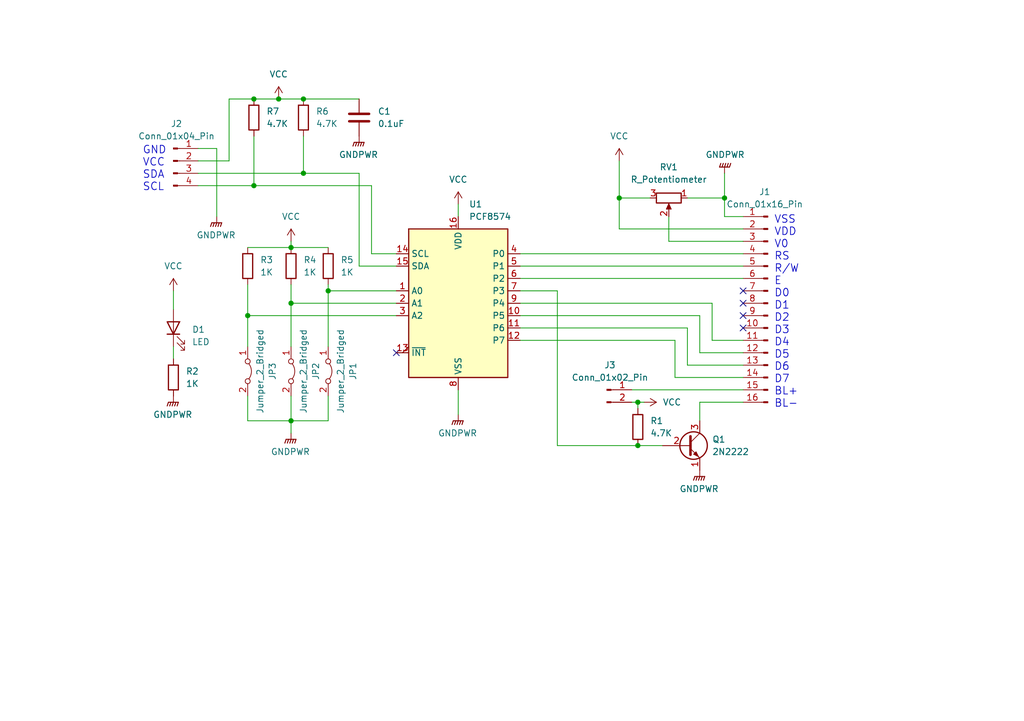
<source format=kicad_sch>
(kicad_sch (version 20230121) (generator eeschema)
  (paper "A5")
  (title_block (title "PCF8574_LCD_ADAPTER") (date "2024-01-03") (rev "0") (company "Artyom V. Poptsov <poptsov.artyom@gmail.com>") (comment 1 "License: CC-BY-SA 4.0"))
  (lib_symbols
    (symbol "Connector:Conn_01x02_Pin" (pin_names (offset 1.016) hide)
      (property "Reference" "J" (at 0 2.54 0))
      (property "Value" "Conn_01x02_Pin" (at 0 -5.08 0))
      (symbol "Conn_01x02_Pin_1_1"
        (polyline (pts (xy 1.27 -2.54) (xy 0.8636 -2.54)) (stroke (width 0.1524)))
        (polyline (pts (xy 1.27 0) (xy 0.8636 0)) (stroke (width 0.1524)))
        (rectangle (start 0.8636 -2.413) (end 0 -2.667) (stroke (width 0.1524)) (fill (type outline)))
        (rectangle (start 0.8636 0.127) (end 0 -0.127) (stroke (width 0.1524)) (fill (type outline)))
        (pin passive line (at 5.08 0 180) (length 3.81) (name "Pin_1") (number "1"))
        (pin passive line (at 5.08 -2.54 180) (length 3.81) (name "Pin_2") (number "2"))
      )
    )
    (symbol "Connector:Conn_01x04_Pin" (pin_names (offset 1.016) hide)
      (property "Reference" "J" (at 0 5.08 0))
      (property "Value" "Conn_01x04_Pin" (at 0 -7.62 0))
      (symbol "Conn_01x04_Pin_1_1"
        (polyline (pts (xy 1.27 -5.08) (xy 0.8636 -5.08)) (stroke (width 0.1524)))
        (polyline (pts (xy 1.27 -2.54) (xy 0.8636 -2.54)) (stroke (width 0.1524)))
        (polyline (pts (xy 1.27 0) (xy 0.8636 0)) (stroke (width 0.1524)))
        (polyline (pts (xy 1.27 2.54) (xy 0.8636 2.54)) (stroke (width 0.1524)))
        (rectangle (start 0.8636 -4.953) (end 0 -5.207) (stroke (width 0.1524)) (fill (type outline)))
        (rectangle (start 0.8636 -2.413) (end 0 -2.667) (stroke (width 0.1524)) (fill (type outline)))
        (rectangle (start 0.8636 0.127) (end 0 -0.127) (stroke (width 0.1524)) (fill (type outline)))
        (rectangle (start 0.8636 2.667) (end 0 2.413) (stroke (width 0.1524)) (fill (type outline)))
        (pin passive line (at 5.08 2.54 180) (length 3.81) (name "Pin_1") (number "1"))
        (pin passive line (at 5.08 0 180) (length 3.81) (name "Pin_2") (number "2"))
        (pin passive line (at 5.08 -2.54 180) (length 3.81) (name "Pin_3") (number "3"))
        (pin passive line (at 5.08 -5.08 180) (length 3.81) (name "Pin_4") (number "4"))
      )
    )
    (symbol "Connector:Conn_01x16_Pin" (pin_names (offset 1.016) hide)
      (property "Reference" "J" (at 0 20.32 0))
      (property "Value" "Conn_01x16_Pin" (at 0 -22.86 0))
      (symbol "Conn_01x16_Pin_1_1"
        (polyline (pts (xy 1.27 -20.32) (xy 0.8636 -20.32)) (stroke (width 0.1524)))
        (polyline (pts (xy 1.27 -17.78) (xy 0.8636 -17.78)) (stroke (width 0.1524)))
        (polyline (pts (xy 1.27 -15.24) (xy 0.8636 -15.24)) (stroke (width 0.1524)))
        (polyline (pts (xy 1.27 -12.7) (xy 0.8636 -12.7)) (stroke (width 0.1524)))
        (polyline (pts (xy 1.27 -10.16) (xy 0.8636 -10.16)) (stroke (width 0.1524)))
        (polyline (pts (xy 1.27 -7.62) (xy 0.8636 -7.62)) (stroke (width 0.1524)))
        (polyline (pts (xy 1.27 -5.08) (xy 0.8636 -5.08)) (stroke (width 0.1524)))
        (polyline (pts (xy 1.27 -2.54) (xy 0.8636 -2.54)) (stroke (width 0.1524)))
        (polyline (pts (xy 1.27 0) (xy 0.8636 0)) (stroke (width 0.1524)))
        (polyline (pts (xy 1.27 2.54) (xy 0.8636 2.54)) (stroke (width 0.1524)))
        (polyline (pts (xy 1.27 5.08) (xy 0.8636 5.08)) (stroke (width 0.1524)))
        (polyline (pts (xy 1.27 7.62) (xy 0.8636 7.62)) (stroke (width 0.1524)))
        (polyline (pts (xy 1.27 10.16) (xy 0.8636 10.16)) (stroke (width 0.1524)))
        (polyline (pts (xy 1.27 12.7) (xy 0.8636 12.7)) (stroke (width 0.1524)))
        (polyline (pts (xy 1.27 15.24) (xy 0.8636 15.24)) (stroke (width 0.1524)))
        (polyline (pts (xy 1.27 17.78) (xy 0.8636 17.78)) (stroke (width 0.1524)))
        (rectangle (start 0.8636 -20.193) (end 0 -20.447) (stroke (width 0.1524)) (fill (type outline)))
        (rectangle (start 0.8636 -17.653) (end 0 -17.907) (stroke (width 0.1524)) (fill (type outline)))
        (rectangle (start 0.8636 -15.113) (end 0 -15.367) (stroke (width 0.1524)) (fill (type outline)))
        (rectangle (start 0.8636 -12.573) (end 0 -12.827) (stroke (width 0.1524)) (fill (type outline)))
        (rectangle (start 0.8636 -10.033) (end 0 -10.287) (stroke (width 0.1524)) (fill (type outline)))
        (rectangle (start 0.8636 -7.493) (end 0 -7.747) (stroke (width 0.1524)) (fill (type outline)))
        (rectangle (start 0.8636 -4.953) (end 0 -5.207) (stroke (width 0.1524)) (fill (type outline)))
        (rectangle (start 0.8636 -2.413) (end 0 -2.667) (stroke (width 0.1524)) (fill (type outline)))
        (rectangle (start 0.8636 0.127) (end 0 -0.127) (stroke (width 0.1524)) (fill (type outline)))
        (rectangle (start 0.8636 2.667) (end 0 2.413) (stroke (width 0.1524)) (fill (type outline)))
        (rectangle (start 0.8636 5.207) (end 0 4.953) (stroke (width 0.1524)) (fill (type outline)))
        (rectangle (start 0.8636 7.747) (end 0 7.493) (stroke (width 0.1524)) (fill (type outline)))
        (rectangle (start 0.8636 10.287) (end 0 10.033) (stroke (width 0.1524)) (fill (type outline)))
        (rectangle (start 0.8636 12.827) (end 0 12.573) (stroke (width 0.1524)) (fill (type outline)))
        (rectangle (start 0.8636 15.367) (end 0 15.113) (stroke (width 0.1524)) (fill (type outline)))
        (rectangle (start 0.8636 17.907) (end 0 17.653) (stroke (width 0.1524)) (fill (type outline)))
        (pin passive line (at 5.08 17.78 180) (length 3.81) (name "Pin_1") (number "1"))
        (pin passive line (at 5.08 -5.08 180) (length 3.81) (name "Pin_10") (number "10"))
        (pin passive line (at 5.08 -7.62 180) (length 3.81) (name "Pin_11") (number "11"))
        (pin passive line (at 5.08 -10.16 180) (length 3.81) (name "Pin_12") (number "12"))
        (pin passive line (at 5.08 -12.7 180) (length 3.81) (name "Pin_13") (number "13"))
        (pin passive line (at 5.08 -15.24 180) (length 3.81) (name "Pin_14") (number "14"))
        (pin passive line (at 5.08 -17.78 180) (length 3.81) (name "Pin_15") (number "15"))
        (pin passive line (at 5.08 -20.32 180) (length 3.81) (name "Pin_16") (number "16"))
        (pin passive line (at 5.08 15.24 180) (length 3.81) (name "Pin_2") (number "2"))
        (pin passive line (at 5.08 12.7 180) (length 3.81) (name "Pin_3") (number "3"))
        (pin passive line (at 5.08 10.16 180) (length 3.81) (name "Pin_4") (number "4"))
        (pin passive line (at 5.08 7.62 180) (length 3.81) (name "Pin_5") (number "5"))
        (pin passive line (at 5.08 5.08 180) (length 3.81) (name "Pin_6") (number "6"))
        (pin passive line (at 5.08 2.54 180) (length 3.81) (name "Pin_7") (number "7"))
        (pin passive line (at 5.08 0 180) (length 3.81) (name "Pin_8") (number "8"))
        (pin passive line (at 5.08 -2.54 180) (length 3.81) (name "Pin_9") (number "9"))
      )
    )
    (symbol "Device:C" (pin_numbers hide) (pin_names (offset 0.254))
      (property "Reference" "C" (at 0.635 2.54 0))
      (property "Value" "C" (at 0.635 -2.54 0))
      (symbol "C_0_1"
        (polyline (pts (xy -2.032 -0.762) (xy 2.032 -0.762)) (stroke (width 0.508)))
        (polyline (pts (xy -2.032 0.762) (xy 2.032 0.762)) (stroke (width 0.508)))
      )
      (symbol "C_1_1"
        (pin passive line (at 0 3.81 270) (length 2.794) (name "~") (number "1"))
        (pin passive line (at 0 -3.81 90) (length 2.794) (name "~") (number "2"))
      )
    )
    (symbol "Device:LED" (pin_numbers hide) (pin_names (offset 1.016) hide)
      (property "Reference" "D" (at 0 2.54 0))
      (property "Value" "LED" (at 0 -2.54 0))
      (symbol "LED_0_1"
        (polyline (pts (xy -1.27 -1.27) (xy -1.27 1.27)) (stroke (width 0.254)))
        (polyline (pts (xy -1.27 0) (xy 1.27 0)))
        (polyline (pts (xy 1.27 -1.27) (xy 1.27 1.27) (xy -1.27 0) (xy 1.27 -1.27)) (stroke (width 0.254)))
        (polyline (pts (xy -3.048 -0.762) (xy -4.572 -2.286) (xy -3.81 -2.286) (xy -4.572 -2.286) (xy -4.572 -1.524)))
        (polyline (pts (xy -1.778 -0.762) (xy -3.302 -2.286) (xy -2.54 -2.286) (xy -3.302 -2.286) (xy -3.302 -1.524)))
      )
      (symbol "LED_1_1"
        (pin passive line (at -3.81 0 0) (length 2.54) (name "K") (number "1"))
        (pin passive line (at 3.81 0 180) (length 2.54) (name "A") (number "2"))
      )
    )
    (symbol "Device:R" (pin_numbers hide) (pin_names (offset 0))
      (property "Reference" "R" (at 2.032 0 90))
      (property "Value" "R" (at 0 0 90))
      (symbol "R_0_1"
        (rectangle (start -1.016 -2.54) (end 1.016 2.54) (stroke (width 0.254)))
      )
      (symbol "R_1_1"
        (pin passive line (at 0 3.81 270) (length 1.27) (name "~") (number "1"))
        (pin passive line (at 0 -3.81 90) (length 1.27) (name "~") (number "2"))
      )
    )
    (symbol "Device:R_Potentiometer" (pin_names (offset 1.016) hide)
      (property "Reference" "RV" (at -4.445 0 90))
      (property "Value" "R_Potentiometer" (at -2.54 0 90))
      (symbol "R_Potentiometer_0_1"
        (polyline (pts (xy 2.54 0) (xy 1.524 0)))
        (polyline (pts (xy 1.143 0) (xy 2.286 0.508) (xy 2.286 -0.508) (xy 1.143 0)) (fill (type outline)))
        (rectangle (start 1.016 2.54) (end -1.016 -2.54) (stroke (width 0.254)))
      )
      (symbol "R_Potentiometer_1_1"
        (pin passive line (at 0 3.81 270) (length 1.27) (name "1") (number "1"))
        (pin passive line (at 3.81 0 180) (length 1.27) (name "2") (number "2"))
        (pin passive line (at 0 -3.81 90) (length 1.27) (name "3") (number "3"))
      )
    )
    (symbol "Interface_Expansion:PCF8574"
      (property "Reference" "U" (at -8.89 16.51 0))
      (property "Value" "PCF8574" (at 2.54 16.51 0))
      (symbol "PCF8574_0_1"
        (rectangle (start -10.16 15.24) (end 10.16 -15.24) (stroke (width 0.254)) (fill (type background)))
      )
      (symbol "PCF8574_1_1"
        (pin input line (at -12.7 2.54 0) (length 2.54) (name "A0") (number "1"))
        (pin bidirectional line (at 12.7 -2.54 180) (length 2.54) (name "P5") (number "10"))
        (pin bidirectional line (at 12.7 -5.08 180) (length 2.54) (name "P6") (number "11"))
        (pin bidirectional line (at 12.7 -7.62 180) (length 2.54) (name "P7") (number "12"))
        (pin open_collector output_low (at -12.7 -10.16 0) (length 2.54) (name "~{INT}") (number "13"))
        (pin input line (at -12.7 10.16 0) (length 2.54) (name "SCL") (number "14"))
        (pin bidirectional line (at -12.7 7.62 0) (length 2.54) (name "SDA") (number "15"))
        (pin power_in line (at 0 17.78 270) (length 2.54) (name "VDD") (number "16"))
        (pin input line (at -12.7 0 0) (length 2.54) (name "A1") (number "2"))
        (pin input line (at -12.7 -2.54 0) (length 2.54) (name "A2") (number "3"))
        (pin bidirectional line (at 12.7 10.16 180) (length 2.54) (name "P0") (number "4"))
        (pin bidirectional line (at 12.7 7.62 180) (length 2.54) (name "P1") (number "5"))
        (pin bidirectional line (at 12.7 5.08 180) (length 2.54) (name "P2") (number "6"))
        (pin bidirectional line (at 12.7 2.54 180) (length 2.54) (name "P3") (number "7"))
        (pin power_in line (at 0 -17.78 90) (length 2.54) (name "VSS") (number "8"))
        (pin bidirectional line (at 12.7 0 180) (length 2.54) (name "P4") (number "9"))
      )
    )
    (symbol "Jumper:Jumper_2_Bridged" (pin_names (offset 0) hide)
      (property "Reference" "JP" (at 0 1.905 0))
      (property "Value" "Jumper_2_Bridged" (at 0 -2.54 0))
      (symbol "Jumper_2_Bridged_0_0"
        (circle (center -2.032 0) (radius 0.508))
        (circle (center 2.032 0) (radius 0.508))
      )
      (symbol "Jumper_2_Bridged_0_1"
        (arc (start 1.524 0.254) (mid 0 0.762) (end -1.524 0.254))
      )
      (symbol "Jumper_2_Bridged_1_1"
        (pin passive line (at -5.08 0 0) (length 2.54) (name "A") (number "1"))
        (pin passive line (at 5.08 0 180) (length 2.54) (name "B") (number "2"))
      )
    )
    (symbol "Transistor_BJT:2N2219" (pin_names (offset 0) hide)
      (property "Reference" "Q" (at 5.08 1.905 0))
      (property "Value" "2N2219" (at 5.08 0 0))
      (symbol "2N2219_0_1"
        (polyline (pts (xy 0.635 0.635) (xy 2.54 2.54)))
        (polyline (pts (xy 0.635 -0.635) (xy 2.54 -2.54) (xy 2.54 -2.54)))
        (polyline (pts (xy 0.635 1.905) (xy 0.635 -1.905) (xy 0.635 -1.905)) (stroke (width 0.508)))
        (polyline (pts (xy 1.27 -1.778) (xy 1.778 -1.27) (xy 2.286 -2.286) (xy 1.27 -1.778) (xy 1.27 -1.778)) (fill (type outline)))
        (circle (center 1.27 0) (radius 2.8194) (stroke (width 0.254)))
      )
      (symbol "2N2219_1_1"
        (pin passive line (at 2.54 -5.08 90) (length 2.54) (name "E") (number "1"))
        (pin passive line (at -5.08 0 0) (length 5.715) (name "B") (number "2"))
        (pin passive line (at 2.54 5.08 270) (length 2.54) (name "C") (number "3"))
      )
    )
    (symbol "power:GNDPWR" (power) (pin_names (offset 0))
      (property "Value" "GNDPWR" (at 0 -3.302 0))
      (symbol "GNDPWR_0_1"
        (polyline (pts (xy 0 -1.27) (xy 0 0)))
        (polyline (pts (xy -1.016 -1.27) (xy -1.27 -2.032) (xy -1.27 -2.032)) (stroke (width 0.2032)))
        (polyline (pts (xy -0.508 -1.27) (xy -0.762 -2.032) (xy -0.762 -2.032)) (stroke (width 0.2032)))
        (polyline (pts (xy 0 -1.27) (xy -0.254 -2.032) (xy -0.254 -2.032)) (stroke (width 0.2032)))
        (polyline (pts (xy 0.508 -1.27) (xy 0.254 -2.032) (xy 0.254 -2.032)) (stroke (width 0.2032)))
        (polyline (pts (xy 1.016 -1.27) (xy -1.016 -1.27) (xy -1.016 -1.27)) (stroke (width 0.2032)))
        (polyline (pts (xy 1.016 -1.27) (xy 0.762 -2.032) (xy 0.762 -2.032) (xy 0.762 -2.032)) (stroke (width 0.2032)))
      )
      (symbol "GNDPWR_1_1"
        (pin power_in line (at 0 0 270) (length 0) hide (name "GNDPWR") (number "1"))
      )
    )
    (symbol "power:VCC" (power) (pin_names (offset 0))
      (property "Value" "VCC" (at 0 3.81 0))
      (symbol "VCC_0_1"
        (polyline (pts (xy -0.762 1.27) (xy 0 2.54)))
        (polyline (pts (xy 0 0) (xy 0 2.54)))
        (polyline (pts (xy 0 2.54) (xy 0.762 1.27)))
      )
      (symbol "VCC_1_1"
        (pin power_in line (at 0 0 90) (length 0) hide (name "VCC") (number "1"))
      )
    )
  )
  (junction (at 52.07 38.1))
  (junction (at 130.81 91.44))
  (junction (at 62.23 35.56))
  (junction (at 59.69 86.36))
  (junction (at 59.69 62.23))
  (junction (at 50.8 64.77))
  (junction (at 52.07 20.32))
  (junction (at 127 40.64))
  (junction (at 59.69 50.8))
  (junction (at 130.81 82.55))
  (junction (at 57.15 20.32))
  (junction (at 148.59 40.64))
  (junction (at 67.31 59.69))
  (junction (at 62.23 20.32))
  (no_connect (at 152.4 59.69))
  (no_connect (at 81.28 72.39))
  (no_connect (at 152.4 64.77))
  (no_connect (at 152.4 67.31))
  (no_connect (at 152.4 62.23))
  (wire (pts (xy 146.05 69.85) (xy 152.4 69.85)))
  (wire (pts (xy 130.81 82.55) (xy 130.81 83.82)))
  (wire (pts (xy 114.3 91.44) (xy 130.81 91.44)))
  (wire (pts (xy 59.69 58.42) (xy 59.69 62.23)))
  (wire (pts (xy 59.69 86.36) (xy 59.69 88.9)))
  (wire (pts (xy 40.64 33.02) (xy 46.99 33.02)))
  (wire (pts (xy 50.8 50.8) (xy 59.69 50.8)))
  (wire (pts (xy 52.07 38.1) (xy 76.2 38.1)))
  (wire (pts (xy 50.8 58.42) (xy 50.8 64.77)))
  (wire (pts (xy 143.51 64.77) (xy 143.51 72.39)))
  (wire (pts (xy 35.56 71.12) (xy 35.56 73.66)))
  (wire (pts (xy 143.51 86.36) (xy 143.51 82.55)))
  (wire (pts (xy 62.23 27.94) (xy 62.23 35.56)))
  (wire (pts (xy 52.07 27.94) (xy 52.07 38.1)))
  (wire (pts (xy 62.23 35.56) (xy 73.66 35.56)))
  (wire (pts (xy 129.54 82.55) (xy 130.81 82.55)))
  (wire (pts (xy 106.68 64.77) (xy 143.51 64.77)))
  (wire (pts (xy 140.97 40.64) (xy 148.59 40.64)))
  (wire (pts (xy 52.07 20.32) (xy 57.15 20.32)))
  (wire (pts (xy 67.31 59.69) (xy 81.28 59.69)))
  (wire (pts (xy 106.68 54.61) (xy 152.4 54.61)))
  (wire (pts (xy 59.69 62.23) (xy 81.28 62.23)))
  (wire (pts (xy 93.98 41.91) (xy 93.98 44.45)))
  (wire (pts (xy 67.31 59.69) (xy 67.31 71.12)))
  (wire (pts (xy 106.68 67.31) (xy 140.97 67.31)))
  (wire (pts (xy 143.51 72.39) (xy 152.4 72.39)))
  (wire (pts (xy 137.16 44.45) (xy 137.16 49.53)))
  (wire (pts (xy 93.98 85.09) (xy 93.98 80.01)))
  (wire (pts (xy 46.99 20.32) (xy 52.07 20.32)))
  (wire (pts (xy 106.68 59.69) (xy 114.3 59.69)))
  (wire (pts (xy 146.05 62.23) (xy 146.05 69.85)))
  (wire (pts (xy 76.2 52.07) (xy 76.2 38.1)))
  (wire (pts (xy 129.54 80.01) (xy 152.4 80.01)))
  (wire (pts (xy 81.28 52.07) (xy 76.2 52.07)))
  (wire (pts (xy 127 40.64) (xy 127 46.99)))
  (wire (pts (xy 44.45 30.48) (xy 40.64 30.48)))
  (wire (pts (xy 138.43 69.85) (xy 138.43 77.47)))
  (wire (pts (xy 106.68 62.23) (xy 146.05 62.23)))
  (wire (pts (xy 127 46.99) (xy 152.4 46.99)))
  (wire (pts (xy 46.99 33.02) (xy 46.99 20.32)))
  (wire (pts (xy 44.45 44.45) (xy 44.45 30.48)))
  (wire (pts (xy 130.81 82.55) (xy 132.08 82.55)))
  (wire (pts (xy 148.59 44.45) (xy 152.4 44.45)))
  (wire (pts (xy 50.8 64.77) (xy 81.28 64.77)))
  (wire (pts (xy 138.43 77.47) (xy 152.4 77.47)))
  (wire (pts (xy 50.8 86.36) (xy 50.8 81.28)))
  (wire (pts (xy 59.69 81.28) (xy 59.69 86.36)))
  (wire (pts (xy 140.97 74.93) (xy 152.4 74.93)))
  (wire (pts (xy 67.31 58.42) (xy 67.31 59.69)))
  (wire (pts (xy 40.64 35.56) (xy 62.23 35.56)))
  (wire (pts (xy 59.69 62.23) (xy 59.69 71.12)))
  (wire (pts (xy 62.23 20.32) (xy 73.66 20.32)))
  (wire (pts (xy 106.68 52.07) (xy 152.4 52.07)))
  (wire (pts (xy 40.64 38.1) (xy 52.07 38.1)))
  (wire (pts (xy 35.56 59.69) (xy 35.56 63.5)))
  (wire (pts (xy 59.69 50.8) (xy 67.31 50.8)))
  (wire (pts (xy 137.16 49.53) (xy 152.4 49.53)))
  (wire (pts (xy 81.28 54.61) (xy 73.66 54.61)))
  (wire (pts (xy 67.31 81.28) (xy 67.31 86.36)))
  (wire (pts (xy 59.69 49.53) (xy 59.69 50.8)))
  (wire (pts (xy 140.97 67.31) (xy 140.97 74.93)))
  (wire (pts (xy 130.81 91.44) (xy 135.89 91.44)))
  (wire (pts (xy 50.8 64.77) (xy 50.8 71.12)))
  (wire (pts (xy 148.59 40.64) (xy 148.59 44.45)))
  (wire (pts (xy 143.51 82.55) (xy 152.4 82.55)))
  (wire (pts (xy 73.66 54.61) (xy 73.66 35.56)))
  (wire (pts (xy 57.15 20.32) (xy 62.23 20.32)))
  (wire (pts (xy 106.68 57.15) (xy 152.4 57.15)))
  (wire (pts (xy 59.69 86.36) (xy 67.31 86.36)))
  (wire (pts (xy 127 33.02) (xy 127 40.64)))
  (wire (pts (xy 114.3 59.69) (xy 114.3 91.44)))
  (wire (pts (xy 106.68 69.85) (xy 138.43 69.85)))
  (wire (pts (xy 59.69 86.36) (xy 50.8 86.36)))
  (wire (pts (xy 148.59 35.56) (xy 148.59 40.64)))
  (wire (pts (xy 127 40.64) (xy 133.35 40.64)))
  (text "GND\nVCC\nSDA\nSCL" (at 29.21 39.37 0) (effects (font (size 1.5631 1.5631)) (justify left bottom)))
  (text "VSS\nVDD\nV0\nRS\nR/W\nE\nD0\nD1\nD2\nD3\nD4\nD5\nD6\nD7\nBL+\nBL-" (at 158.75 83.82 0) (effects (font (size 1.5631 1.5631)) (justify left bottom)))
  (symbol (lib_id "Jumper:Jumper_2_Bridged") (at 59.69 76.2 270) (unit 1)
    (property "Reference" "JP2" (at 64.77 76.2 0))
    (property "Value" "Jumper_2_Bridged" (at 62.23 76.2 0))
  )
  (symbol (lib_id "Device:R") (at 67.31 54.61 180) (unit 1)
    (property "Reference" "R5" (at 69.85 53.34 0) (effects (justify right)))
    (property "Value" "1K" (at 69.85 55.88 0) (effects (justify right)))
  )
  (symbol (lib_id "Device:R_Potentiometer") (at 137.16 40.64 270) (unit 1)
    (property "Reference" "RV1" (at 137.16 34.29 90))
    (property "Value" "R_Potentiometer" (at 137.16 36.83 90))
  )
  (symbol (lib_id "Device:R") (at 52.07 24.13 180) (unit 1)
    (property "Reference" "R7" (at 54.61 22.86 0) (effects (justify right)))
    (property "Value" "4.7K" (at 54.61 25.4 0) (effects (justify right)))
  )
  (symbol (lib_id "power:GNDPWR") (at 73.66 27.94 0) (unit 1)
    (property "Reference" "#PWR010" (effects hide))
    (property "Value" "GNDPWR" (at 73.533 31.75 0))
  )
  (symbol (lib_id "Interface_Expansion:PCF8574") (at 93.98 62.23 0) (unit 1)
    (property "Reference" "U1" (at 96.1741 41.91 0) (effects (justify left)))
    (property "Value" "PCF8574" (at 96.1741 44.45 0) (effects (justify left)))
    (property "Datasheet" "http://www.nxp.com/docs/en/data-sheet/PCF8574_PCF8574A.pdf" (effects hide))
  )
  (symbol (lib_id "power:VCC") (at 57.15 20.32 0) (unit 1)
    (property "Reference" "#PWR08" (effects hide))
    (property "Value" "VCC" (at 57.15 15.24 0))
  )
  (symbol (lib_id "Transistor_BJT:2N2219") (at 140.97 91.44 0) (unit 1)
    (property "Reference" "Q1" (at 146.05 90.17 0) (effects (justify left)))
    (property "Value" "2N2222" (at 146.05 92.71 0) (effects (justify left)))
    (property "Footprint" "Package_TO_SOT_THT:TO-39-3" (effects hide))
    (property "Datasheet" "http://www.onsemi.com/pub_link/Collateral/2N2219-D.PDF" (effects hide))
  )
  (symbol (lib_id "Connector:Conn_01x02_Pin") (at 124.46 80.01 0) (unit 1)
    (property "Reference" "J3" (at 125.095 74.93 0))
    (property "Value" "Conn_01x02_Pin" (at 125.095 77.47 0))
  )
  (symbol (lib_id "power:GNDPWR") (at 59.69 88.9 0) (unit 1)
    (property "Reference" "#PWR07" (effects hide))
    (property "Value" "GNDPWR" (at 59.563 92.71 0))
  )
  (symbol (lib_id "power:VCC") (at 59.69 49.53 0) (unit 1)
    (property "Reference" "#PWR06" (effects hide))
    (property "Value" "VCC" (at 59.69 44.45 0))
  )
  (symbol (lib_id "power:GNDPWR") (at 143.51 96.52 0) (unit 1)
    (property "Reference" "#PWR012" (effects hide))
    (property "Value" "GNDPWR" (at 143.383 100.33 0))
  )
  (symbol (lib_id "power:VCC") (at 127 33.02 0) (unit 1)
    (property "Reference" "#PWR014" (effects hide))
    (property "Value" "VCC" (at 127 27.94 0))
  )
  (symbol (lib_id "Device:LED") (at 35.56 67.31 90) (unit 1)
    (property "Reference" "D1" (at 39.37 67.6275 90) (effects (justify right)))
    (property "Value" "LED" (at 39.37 70.1675 90) (effects (justify right)))
  )
  (symbol (lib_id "power:VCC") (at 35.56 59.69 0) (unit 1)
    (property "Reference" "#PWR04" (effects hide))
    (property "Value" "VCC" (at 35.56 54.61 0))
  )
  (symbol (lib_id "Connector:Conn_01x04_Pin") (at 35.56 33.02 0) (unit 1)
    (property "Reference" "J2" (at 36.195 25.4 0))
    (property "Value" "Conn_01x04_Pin" (at 36.195 27.94 0))
  )
  (symbol (lib_id "power:GNDPWR") (at 93.98 85.09 0) (unit 1)
    (property "Reference" "#PWR03" (effects hide))
    (property "Value" "GNDPWR" (at 93.853 88.9 0))
  )
  (symbol (lib_id "power:VCC") (at 132.08 82.55 270) (unit 1)
    (property "Reference" "#PWR011" (effects hide))
    (property "Value" "VCC" (at 135.89 82.55 90) (effects (justify left)))
  )
  (symbol (lib_id "Jumper:Jumper_2_Bridged") (at 50.8 76.2 270) (unit 1)
    (property "Reference" "JP3" (at 55.88 76.2 0))
    (property "Value" "Jumper_2_Bridged" (at 53.34 76.2 0))
  )
  (symbol (lib_id "Device:R") (at 50.8 54.61 180) (unit 1)
    (property "Reference" "R3" (at 53.34 53.34 0) (effects (justify right)))
    (property "Value" "1K" (at 53.34 55.88 0) (effects (justify right)))
  )
  (symbol (lib_id "Device:R") (at 62.23 24.13 180) (unit 1)
    (property "Reference" "R6" (at 64.77 22.86 0) (effects (justify right)))
    (property "Value" "4.7K" (at 64.77 25.4 0) (effects (justify right)))
  )
  (symbol (lib_id "Device:R") (at 59.69 54.61 180) (unit 1)
    (property "Reference" "R4" (at 62.23 53.34 0) (effects (justify right)))
    (property "Value" "1K" (at 62.23 55.88 0) (effects (justify right)))
  )
  (symbol (lib_id "Connector:Conn_01x16_Pin") (at 157.48 62.23 0) (mirror y) (unit 1)
    (property "Reference" "J1" (at 156.845 39.37 0))
    (property "Value" "Conn_01x16_Pin" (at 156.845 41.91 0))
  )
  (symbol (lib_id "Device:R") (at 130.81 87.63 180) (unit 1)
    (property "Reference" "R1" (at 133.35 86.36 0) (effects (justify right)))
    (property "Value" "4.7K" (at 133.35 88.9 0) (effects (justify right)))
  )
  (symbol (lib_id "Device:R") (at 35.56 77.47 180) (unit 1)
    (property "Reference" "R2" (at 38.1 76.2 0) (effects (justify right)))
    (property "Value" "1K" (at 38.1 78.74 0) (effects (justify right)))
  )
  (symbol (lib_id "power:GNDPWR") (at 35.56 81.28 0) (unit 1)
    (property "Reference" "#PWR05" (effects hide))
    (property "Value" "GNDPWR" (at 35.433 85.09 0))
  )
  (symbol (lib_id "Jumper:Jumper_2_Bridged") (at 67.31 76.2 270) (unit 1)
    (property "Reference" "JP1" (at 72.39 76.2 0))
    (property "Value" "Jumper_2_Bridged" (at 69.85 76.2 0))
  )
  (symbol (lib_id "power:GNDPWR") (at 148.59 35.56 180) (unit 1)
    (property "Reference" "#PWR013" (effects hide))
    (property "Value" "GNDPWR" (at 148.717 31.75 0))
  )
  (symbol (lib_id "power:GNDPWR") (at 44.45 44.45 0) (unit 1)
    (property "Reference" "#PWR09" (effects hide))
    (property "Value" "GNDPWR" (at 44.323 48.26 0))
  )
  (symbol (lib_id "power:VCC") (at 93.98 41.91 0) (unit 1)
    (property "Reference" "#PWR02" (effects hide))
    (property "Value" "VCC" (at 93.98 36.83 0))
  )
  (symbol (lib_id "Device:C") (at 73.66 24.13 0) (unit 1)
    (property "Reference" "C1" (at 77.47 22.86 0) (effects (justify left)))
    (property "Value" "0.1uF" (at 77.47 25.4 0) (effects (justify left)))
  )
)
</source>
